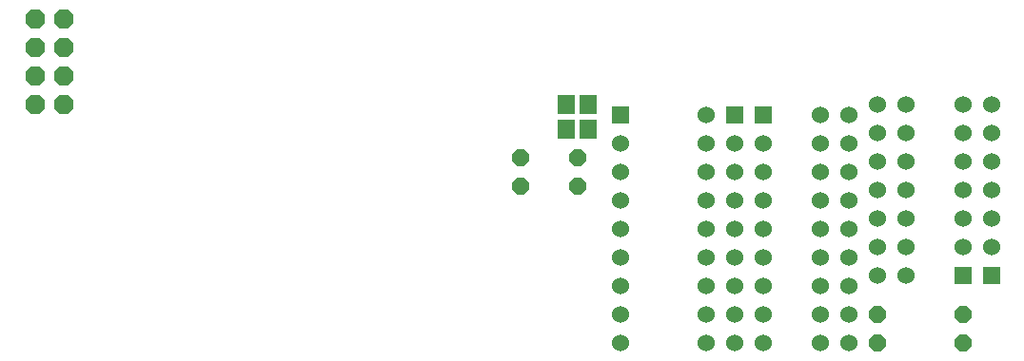
<source format=gts>
G75*
G70*
%OFA0B0*%
%FSLAX24Y24*%
%IPPOS*%
%LPD*%
%AMOC8*
5,1,8,0,0,1.08239X$1,22.5*
%
%ADD10R,0.0600X0.0600*%
%ADD11C,0.0600*%
%ADD12OC8,0.0600*%
%ADD13R,0.0592X0.0710*%
%ADD14OC8,0.0680*%
D10*
X021600Y009100D03*
X025600Y009100D03*
X026600Y009100D03*
X033600Y003475D03*
X034600Y003475D03*
D11*
X034600Y004475D03*
X033600Y004475D03*
X031600Y004475D03*
X030600Y004475D03*
X029600Y004100D03*
X028600Y004100D03*
X026600Y004100D03*
X025600Y004100D03*
X024600Y004100D03*
X024600Y005100D03*
X025600Y005100D03*
X026600Y005100D03*
X028600Y005100D03*
X029600Y005100D03*
X030600Y005475D03*
X031600Y005475D03*
X033600Y005475D03*
X034600Y005475D03*
X034600Y006475D03*
X033600Y006475D03*
X031600Y006475D03*
X030600Y006475D03*
X029600Y006100D03*
X028600Y006100D03*
X026600Y006100D03*
X025600Y006100D03*
X024600Y006100D03*
X024600Y007100D03*
X025600Y007100D03*
X026600Y007100D03*
X028600Y007100D03*
X029600Y007100D03*
X030600Y007475D03*
X031600Y007475D03*
X033600Y007475D03*
X034600Y007475D03*
X034600Y008475D03*
X033600Y008475D03*
X031600Y008475D03*
X030600Y008475D03*
X029600Y008100D03*
X028600Y008100D03*
X026600Y008100D03*
X025600Y008100D03*
X024600Y008100D03*
X024600Y009100D03*
X021600Y008100D03*
X021600Y007100D03*
X021600Y006100D03*
X021600Y005100D03*
X021600Y004100D03*
X021600Y003100D03*
X021600Y002100D03*
X021600Y001100D03*
X024600Y001100D03*
X025600Y001100D03*
X026600Y001100D03*
X028600Y001100D03*
X029600Y001100D03*
X029600Y002100D03*
X028600Y002100D03*
X026600Y002100D03*
X025600Y002100D03*
X024600Y002100D03*
X024600Y003100D03*
X025600Y003100D03*
X026600Y003100D03*
X028600Y003100D03*
X029600Y003100D03*
X030600Y003475D03*
X031600Y003475D03*
X029600Y009100D03*
X028600Y009100D03*
X030600Y009475D03*
X031600Y009475D03*
X033600Y009475D03*
X034600Y009475D03*
D12*
X018100Y006600D03*
X020100Y006600D03*
X020100Y007600D03*
X018100Y007600D03*
X030600Y002100D03*
X030600Y001100D03*
X033600Y001100D03*
X033600Y002100D03*
D13*
X020494Y008600D03*
X019706Y008600D03*
X019706Y009475D03*
X020494Y009475D03*
D14*
X002100Y009475D03*
X001100Y009475D03*
X001100Y010475D03*
X002100Y010475D03*
X002100Y011475D03*
X001100Y011475D03*
X001100Y012475D03*
X002100Y012475D03*
M02*

</source>
